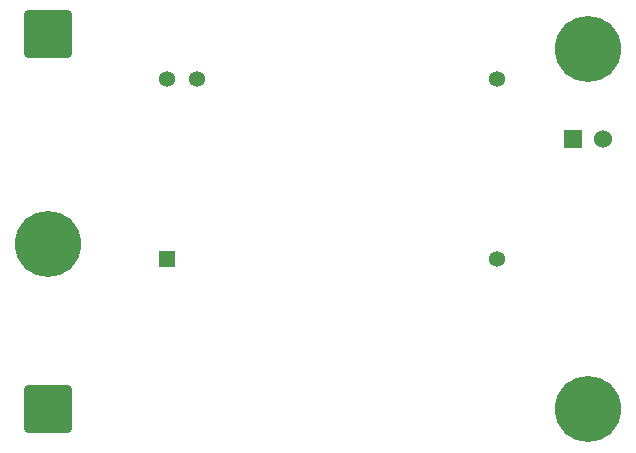
<source format=gbr>
%TF.GenerationSoftware,KiCad,Pcbnew,7.0.2*%
%TF.CreationDate,2023-06-01T11:51:48+02:00*%
%TF.ProjectId,Indicator_voltage,496e6469-6361-4746-9f72-5f766f6c7461,rev?*%
%TF.SameCoordinates,Original*%
%TF.FileFunction,Soldermask,Bot*%
%TF.FilePolarity,Negative*%
%FSLAX46Y46*%
G04 Gerber Fmt 4.6, Leading zero omitted, Abs format (unit mm)*
G04 Created by KiCad (PCBNEW 7.0.2) date 2023-06-01 11:51:48*
%MOMM*%
%LPD*%
G01*
G04 APERTURE LIST*
G04 Aperture macros list*
%AMRoundRect*
0 Rectangle with rounded corners*
0 $1 Rounding radius*
0 $2 $3 $4 $5 $6 $7 $8 $9 X,Y pos of 4 corners*
0 Add a 4 corners polygon primitive as box body*
4,1,4,$2,$3,$4,$5,$6,$7,$8,$9,$2,$3,0*
0 Add four circle primitives for the rounded corners*
1,1,$1+$1,$2,$3*
1,1,$1+$1,$4,$5*
1,1,$1+$1,$6,$7*
1,1,$1+$1,$8,$9*
0 Add four rect primitives between the rounded corners*
20,1,$1+$1,$2,$3,$4,$5,0*
20,1,$1+$1,$4,$5,$6,$7,0*
20,1,$1+$1,$6,$7,$8,$9,0*
20,1,$1+$1,$8,$9,$2,$3,0*%
G04 Aperture macros list end*
%ADD10RoundRect,0.250000X-1.750000X-1.750000X1.750000X-1.750000X1.750000X1.750000X-1.750000X1.750000X0*%
%ADD11R,1.358000X1.358000*%
%ADD12C,1.358000*%
%ADD13C,5.600000*%
%ADD14R,1.530000X1.530000*%
%ADD15C,1.530000*%
G04 APERTURE END LIST*
D10*
%TO.C,TP3*%
X121920000Y-91720000D03*
%TD*%
D11*
%TO.C,PS1*%
X132010000Y-110760000D03*
D12*
X159950000Y-110760000D03*
X159950000Y-95540000D03*
X134550000Y-95540000D03*
X132010000Y-95540000D03*
%TD*%
D13*
%TO.C,*%
X167640000Y-92990000D03*
%TD*%
D14*
%TO.C,J7*%
X166370000Y-100610000D03*
D15*
X168910000Y-100610000D03*
%TD*%
D13*
%TO.C,*%
X121920000Y-109500000D03*
%TD*%
D10*
%TO.C,TP1*%
X121920000Y-123470000D03*
%TD*%
D13*
%TO.C,*%
X167640000Y-123470000D03*
%TD*%
M02*

</source>
